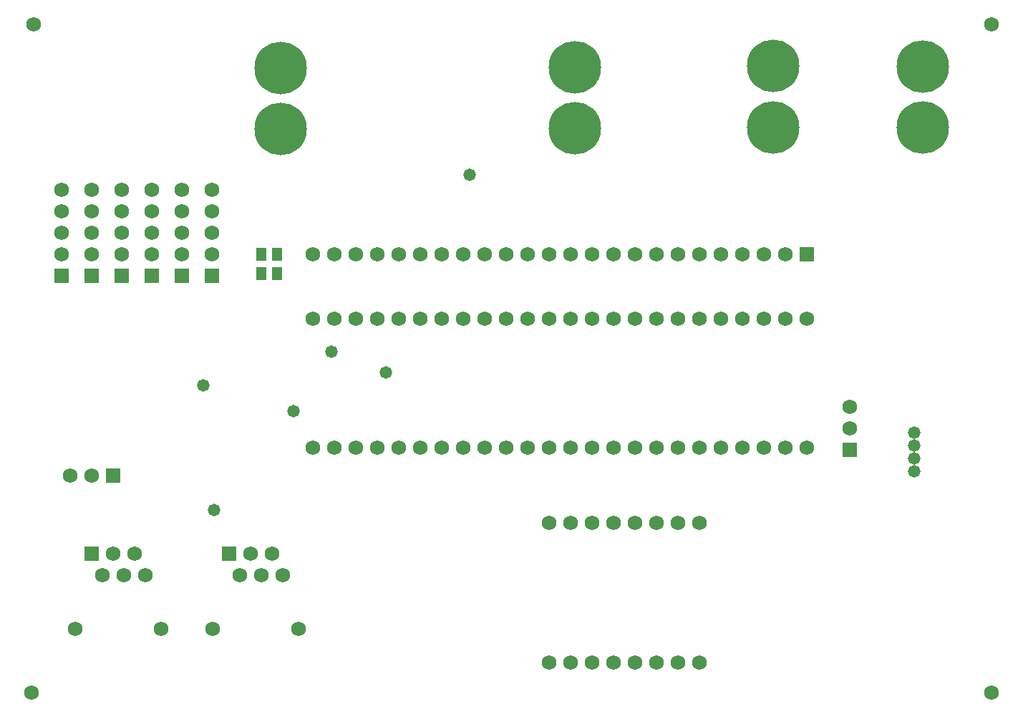
<source format=gbr>
%TF.GenerationSoftware,Altium Limited,Altium Designer,19.1.8 (144)*%
G04 Layer_Color=16711935*
%FSLAX26Y26*%
%MOIN*%
%TF.FileFunction,Soldermask,Bot*%
%TF.Part,Single*%
G01*
G75*
%TA.AperFunction,SMDPad,CuDef*%
%ADD35R,0.049339X0.059181*%
%TA.AperFunction,ComponentPad*%
%ADD36C,0.068000*%
%ADD37R,0.068000X0.068000*%
%ADD38C,0.244220*%
%ADD39R,0.068000X0.068000*%
%TA.AperFunction,WasherPad*%
%ADD40C,0.068000*%
%TA.AperFunction,ViaPad*%
%ADD41C,0.058000*%
D35*
X1292835Y2170000D02*
D03*
X1220000D02*
D03*
X1292835Y2080000D02*
D03*
X1220000D02*
D03*
D36*
X1458583Y1271417D02*
D03*
X1558583D02*
D03*
X1658583D02*
D03*
X1758583D02*
D03*
X1858583D02*
D03*
X1958583D02*
D03*
X2058583D02*
D03*
X2158583D02*
D03*
X2258583D02*
D03*
X2358583D02*
D03*
X2458583D02*
D03*
X2558583D02*
D03*
X2658583D02*
D03*
X2758583D02*
D03*
Y1871417D02*
D03*
X2658583D02*
D03*
X2558583D02*
D03*
X2458583D02*
D03*
X2358583D02*
D03*
X2258583D02*
D03*
X2158583D02*
D03*
X2058583D02*
D03*
X1958583D02*
D03*
X1858583D02*
D03*
X1758583D02*
D03*
X2958583Y1271417D02*
D03*
X3058583D02*
D03*
X3158583D02*
D03*
X3258583D02*
D03*
X3358583D02*
D03*
X3458583D02*
D03*
X3558583D02*
D03*
X3658583D02*
D03*
X3758583D02*
D03*
Y1871417D02*
D03*
X3658583D02*
D03*
X3558583D02*
D03*
X3458583D02*
D03*
X3358583D02*
D03*
X3258583D02*
D03*
X3158583D02*
D03*
X2858583Y1271417D02*
D03*
X1658583Y1871417D02*
D03*
X1558583D02*
D03*
X1458583D02*
D03*
X2858583D02*
D03*
X2958583D02*
D03*
X3058583D02*
D03*
X2658583Y271417D02*
D03*
X2558583D02*
D03*
X2658583Y921417D02*
D03*
X2558583D02*
D03*
X2858583Y271417D02*
D03*
X2758583D02*
D03*
X2858583Y921417D02*
D03*
X2758583D02*
D03*
X3058583Y271417D02*
D03*
X2958583D02*
D03*
X3058583Y921417D02*
D03*
X2958583D02*
D03*
X3158583D02*
D03*
X3258583D02*
D03*
X3158583Y271417D02*
D03*
X3258583D02*
D03*
X3960000Y1460000D02*
D03*
Y1360000D02*
D03*
X290000Y2470000D02*
D03*
Y2170000D02*
D03*
Y2270000D02*
D03*
Y2370000D02*
D03*
X430000Y2470000D02*
D03*
Y2170000D02*
D03*
Y2270000D02*
D03*
Y2370000D02*
D03*
X570000Y2470000D02*
D03*
Y2170000D02*
D03*
Y2270000D02*
D03*
Y2370000D02*
D03*
X710000Y2470000D02*
D03*
Y2170000D02*
D03*
Y2270000D02*
D03*
Y2370000D02*
D03*
X850000Y2470000D02*
D03*
Y2170000D02*
D03*
Y2270000D02*
D03*
Y2370000D02*
D03*
X990000Y2470000D02*
D03*
Y2170000D02*
D03*
Y2270000D02*
D03*
Y2370000D02*
D03*
X678583Y676417D02*
D03*
X578583D02*
D03*
X478583D02*
D03*
X628583Y776417D02*
D03*
X528583D02*
D03*
X753583Y426417D02*
D03*
X353583D02*
D03*
X1318583Y676417D02*
D03*
X1218583D02*
D03*
X1118583D02*
D03*
X1268583Y776417D02*
D03*
X1168583D02*
D03*
X1393583Y426417D02*
D03*
X993583D02*
D03*
X1558583Y2171417D02*
D03*
X1658583D02*
D03*
X1758583D02*
D03*
X1858583D02*
D03*
X2258583D02*
D03*
X2158583D02*
D03*
X2058583D02*
D03*
X1958583D02*
D03*
X2658583D02*
D03*
X2558583D02*
D03*
X2458583D02*
D03*
X2358583D02*
D03*
X3058583D02*
D03*
X2958583D02*
D03*
X2858583D02*
D03*
X2758583D02*
D03*
X3458583D02*
D03*
X3558583D02*
D03*
X3658583D02*
D03*
X3158583D02*
D03*
X3258583D02*
D03*
X3358583D02*
D03*
X1458583D02*
D03*
X330000Y1140000D02*
D03*
X430000D02*
D03*
D37*
X3960000Y1260000D02*
D03*
X290000Y2070000D02*
D03*
X430000D02*
D03*
X570000D02*
D03*
X710000D02*
D03*
X850000D02*
D03*
X990000D02*
D03*
D38*
X4300000Y3043465D02*
D03*
Y2760000D02*
D03*
X3603583Y3044882D02*
D03*
Y2761417D02*
D03*
X1308780Y3036417D02*
D03*
Y2752953D02*
D03*
X2678780Y3041417D02*
D03*
Y2757953D02*
D03*
D39*
X428583Y776417D02*
D03*
X1068583D02*
D03*
X3758583Y2171417D02*
D03*
X530000Y1140000D02*
D03*
D40*
X4620000Y3240000D02*
D03*
Y130000D02*
D03*
X150000D02*
D03*
X160000Y3240000D02*
D03*
D41*
X4260000Y1160000D02*
D03*
Y1220000D02*
D03*
Y1280000D02*
D03*
Y1340000D02*
D03*
X1370000Y1440000D02*
D03*
X950000Y1560000D02*
D03*
X1800000Y1620000D02*
D03*
X1000000Y980000D02*
D03*
X1545000Y1715000D02*
D03*
X2190000Y2540000D02*
D03*
%TF.MD5,1d2030edb86ef5041ee1370e31efcab4*%
M02*

</source>
